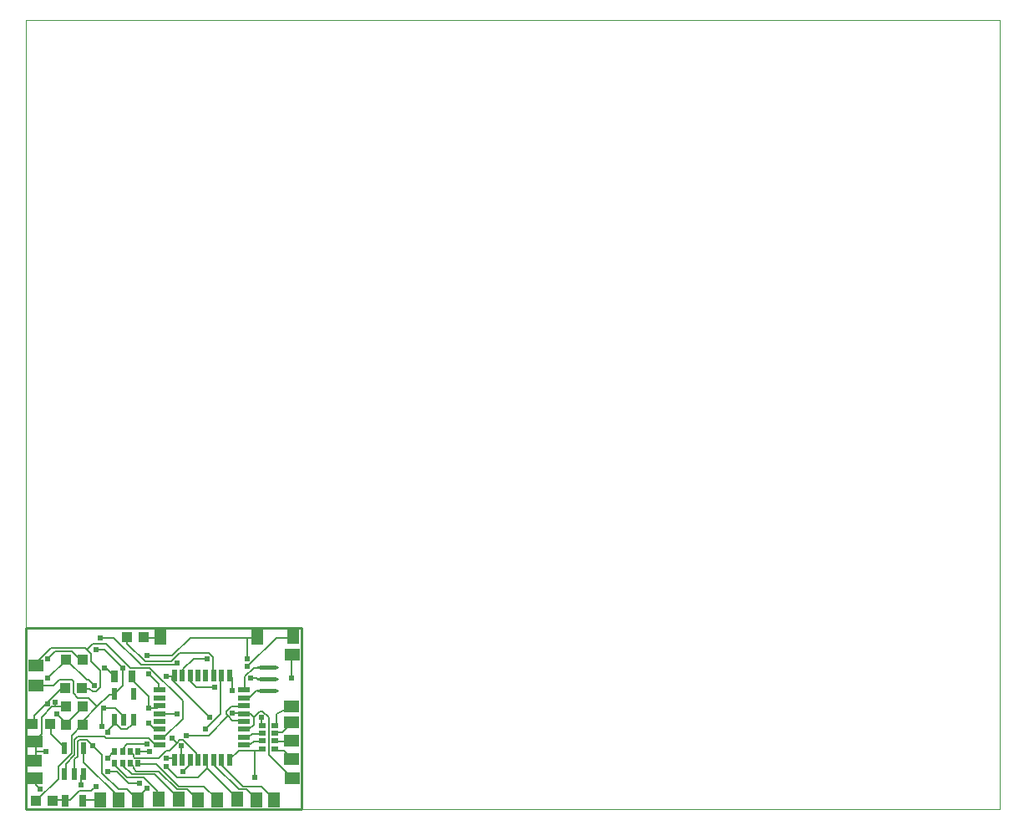
<source format=gtl>
G75*
%MOIN*%
%OFA0B0*%
%FSLAX25Y25*%
%IPPOS*%
%LPD*%
%AMOC8*
5,1,8,0,0,1.08239X$1,22.5*
%
%ADD10C,0.00000*%
%ADD11C,0.01000*%
%ADD12R,0.04331X0.03937*%
%ADD13R,0.06000X0.05000*%
%ADD14R,0.05000X0.06000*%
%ADD15R,0.03150X0.04724*%
%ADD16R,0.02559X0.01969*%
%ADD17R,0.01969X0.02559*%
%ADD18R,0.02165X0.04724*%
%ADD19R,0.05000X0.02200*%
%ADD20R,0.02200X0.05000*%
%ADD21C,0.01772*%
%ADD22C,0.00600*%
%ADD23C,0.02400*%
D10*
X0002390Y0077608D02*
X0002390Y0320192D01*
X0391091Y0320192D01*
X0391091Y0005231D01*
X0112427Y0005231D01*
D11*
X0002390Y0005231D02*
X0002390Y0077608D01*
X0112427Y0077608D01*
X0112427Y0005231D01*
X0002390Y0005231D01*
X0094893Y0052547D02*
X0098893Y0052547D01*
X0102893Y0052547D01*
X0102893Y0057271D02*
X0098893Y0057271D01*
X0094893Y0057271D01*
X0094893Y0061995D02*
X0098893Y0061995D01*
X0102893Y0061995D01*
D12*
X0049631Y0073725D03*
X0042938Y0073725D03*
X0025137Y0064831D03*
X0018444Y0064831D03*
X0018246Y0053419D03*
X0024939Y0053419D03*
X0025194Y0046298D03*
X0018501Y0046298D03*
X0018492Y0038927D03*
X0012000Y0039128D03*
X0005307Y0039128D03*
X0025185Y0038927D03*
X0013180Y0008415D03*
X0006487Y0008415D03*
D13*
X0006190Y0017483D03*
X0005978Y0024470D03*
X0006190Y0032313D03*
X0006390Y0054431D03*
X0006390Y0062631D03*
X0108826Y0066699D03*
X0108646Y0046325D03*
X0108646Y0039702D03*
X0108646Y0032467D03*
X0108610Y0025139D03*
X0108907Y0017648D03*
D14*
X0101577Y0008922D03*
X0094361Y0008918D03*
X0086797Y0009033D03*
X0078775Y0009001D03*
X0071092Y0008837D03*
X0063451Y0009027D03*
X0055370Y0009027D03*
X0047039Y0008922D03*
X0039611Y0008754D03*
X0032269Y0008859D03*
X0056250Y0073972D03*
X0094677Y0073998D03*
X0109217Y0074112D03*
D15*
X0044779Y0058138D03*
X0037693Y0058138D03*
X0025140Y0008394D03*
X0018054Y0008394D03*
D16*
X0096893Y0029206D03*
X0096893Y0032356D03*
X0096893Y0035505D03*
X0096893Y0038655D03*
X0101815Y0038655D03*
X0101815Y0035505D03*
X0101815Y0032356D03*
X0101815Y0029206D03*
D17*
X0047299Y0028306D03*
X0044149Y0028306D03*
X0040999Y0028306D03*
X0037850Y0028306D03*
X0037850Y0023385D03*
X0040999Y0023385D03*
X0044149Y0023385D03*
X0047299Y0023385D03*
D18*
X0045359Y0040794D03*
X0041618Y0040794D03*
X0037878Y0040794D03*
X0037878Y0051031D03*
X0045359Y0051031D03*
X0025434Y0029420D03*
X0017954Y0029420D03*
X0017954Y0019183D03*
X0021694Y0019183D03*
X0025434Y0019183D03*
D19*
X0055849Y0030730D03*
X0055849Y0033880D03*
X0055849Y0037029D03*
X0055849Y0040179D03*
X0055849Y0043329D03*
X0055849Y0046478D03*
X0055849Y0049628D03*
X0055849Y0052777D03*
X0089649Y0052777D03*
X0089649Y0049628D03*
X0089649Y0046478D03*
X0089649Y0043329D03*
X0089649Y0040179D03*
X0089649Y0037029D03*
X0089649Y0033880D03*
X0089649Y0030730D03*
D20*
X0083772Y0024854D03*
X0080623Y0024854D03*
X0077473Y0024854D03*
X0074323Y0024854D03*
X0071174Y0024854D03*
X0068024Y0024854D03*
X0064875Y0024854D03*
X0061725Y0024854D03*
X0061725Y0058654D03*
X0064875Y0058654D03*
X0068024Y0058654D03*
X0071174Y0058654D03*
X0074323Y0058654D03*
X0077473Y0058654D03*
X0080623Y0058654D03*
X0083772Y0058654D03*
D21*
X0096029Y0057271D02*
X0101757Y0057271D01*
X0101757Y0052547D02*
X0096029Y0052547D01*
X0096029Y0061995D02*
X0101757Y0061995D01*
D22*
X0094893Y0061995D02*
X0094590Y0061631D01*
X0093390Y0061631D01*
X0089790Y0058031D01*
X0089790Y0053231D01*
X0089649Y0052777D01*
X0089790Y0049631D02*
X0089649Y0049628D01*
X0089790Y0049631D02*
X0091590Y0049631D01*
X0094590Y0052631D01*
X0094893Y0052547D01*
X0094893Y0057271D02*
X0094590Y0057431D01*
X0092190Y0057431D01*
X0090990Y0062231D02*
X0102390Y0073631D01*
X0108990Y0073631D01*
X0109217Y0074112D01*
X0108826Y0066699D02*
X0108390Y0066431D01*
X0108390Y0057431D01*
X0108646Y0046325D02*
X0103691Y0043856D01*
X0102547Y0043027D01*
X0102390Y0038831D01*
X0101815Y0038655D01*
X0102390Y0035831D02*
X0101815Y0035505D01*
X0102390Y0035831D02*
X0104790Y0035831D01*
X0108390Y0039431D01*
X0108646Y0039702D01*
X0108646Y0032467D02*
X0108390Y0032231D01*
X0102390Y0032231D01*
X0101815Y0032356D01*
X0101815Y0029206D02*
X0102390Y0028631D01*
X0105390Y0028631D01*
X0108390Y0025631D01*
X0108610Y0025139D01*
X0108390Y0017831D02*
X0108907Y0017648D01*
X0108390Y0017831D02*
X0099390Y0026831D01*
X0099390Y0041831D01*
X0096990Y0044231D01*
X0095790Y0044231D01*
X0093390Y0041831D01*
X0092190Y0043031D01*
X0089790Y0043031D01*
X0089649Y0043329D01*
X0089190Y0043631D01*
X0084990Y0043631D01*
X0083190Y0042431D02*
X0075390Y0034631D01*
X0066390Y0034631D01*
X0065190Y0032831D02*
X0070590Y0027431D01*
X0070590Y0025031D01*
X0071174Y0024854D01*
X0074323Y0024854D02*
X0074790Y0024431D01*
X0074790Y0021431D01*
X0071190Y0017831D01*
X0062790Y0017831D01*
X0058590Y0022031D01*
X0055590Y0020231D02*
X0062790Y0013031D01*
X0066990Y0013031D01*
X0070590Y0009431D01*
X0071092Y0008837D01*
X0073590Y0014231D02*
X0078390Y0009431D01*
X0078775Y0009001D01*
X0073590Y0014231D02*
X0063390Y0014231D01*
X0054390Y0023231D01*
X0047790Y0023231D01*
X0047299Y0023385D01*
X0045390Y0022031D02*
X0045390Y0021431D01*
X0046590Y0020231D01*
X0055590Y0020231D01*
X0053790Y0019031D02*
X0063390Y0009431D01*
X0063451Y0009027D01*
X0055370Y0009027D02*
X0054990Y0009431D01*
X0054990Y0012431D01*
X0049590Y0017831D01*
X0042990Y0017831D01*
X0038190Y0022631D01*
X0038190Y0023231D01*
X0037850Y0023385D01*
X0040999Y0023385D02*
X0041190Y0023231D01*
X0041190Y0022631D01*
X0044790Y0019031D01*
X0053790Y0019031D01*
X0050790Y0013631D02*
X0046590Y0009431D01*
X0047039Y0008922D01*
X0046590Y0009431D02*
X0042990Y0013031D01*
X0039390Y0013031D01*
X0032790Y0019631D01*
X0032790Y0026831D01*
X0029190Y0030431D01*
X0026790Y0032831D01*
X0023790Y0032831D01*
X0023190Y0032231D01*
X0023190Y0026231D01*
X0021990Y0025031D01*
X0021990Y0019631D01*
X0021694Y0019183D01*
X0024390Y0018431D02*
X0024390Y0014831D01*
X0023790Y0012431D02*
X0028590Y0012431D01*
X0030390Y0014231D01*
X0023790Y0012431D02*
X0020190Y0008831D01*
X0018390Y0008831D01*
X0018054Y0008394D01*
X0017790Y0008831D01*
X0013590Y0008831D01*
X0013180Y0008415D01*
X0006990Y0008831D02*
X0006487Y0008415D01*
X0006990Y0008831D02*
X0015390Y0017231D01*
X0015390Y0022031D01*
X0020790Y0027431D01*
X0020790Y0034631D01*
X0024990Y0038831D01*
X0025185Y0038927D01*
X0025590Y0039431D01*
X0025590Y0040631D01*
X0030990Y0046031D01*
X0027390Y0049631D01*
X0023190Y0049631D01*
X0021390Y0051431D01*
X0021390Y0056231D01*
X0020790Y0056831D01*
X0015990Y0056831D01*
X0013590Y0054431D01*
X0006390Y0054431D01*
X0011190Y0057431D02*
X0018390Y0064631D01*
X0018444Y0064831D01*
X0018990Y0064631D01*
X0026790Y0056831D01*
X0027390Y0056831D01*
X0029790Y0054431D01*
X0027990Y0053231D02*
X0029190Y0052031D01*
X0030390Y0052031D01*
X0032190Y0053831D01*
X0032190Y0060431D01*
X0028590Y0064031D01*
X0028590Y0067031D01*
X0026790Y0068831D01*
X0029190Y0071231D01*
X0034590Y0071231D01*
X0044190Y0061631D01*
X0051990Y0061631D01*
X0065190Y0048431D01*
X0065190Y0041231D01*
X0057990Y0034031D01*
X0056190Y0034031D01*
X0055849Y0033880D01*
X0055590Y0031031D02*
X0053790Y0031031D01*
X0051390Y0033431D01*
X0034590Y0033431D01*
X0033990Y0034031D01*
X0023190Y0034031D01*
X0021990Y0032831D01*
X0021990Y0026831D01*
X0018390Y0023231D01*
X0018390Y0019631D01*
X0017954Y0019183D01*
X0024390Y0018431D02*
X0024990Y0019031D01*
X0025434Y0019183D01*
X0025590Y0023831D02*
X0039390Y0010031D01*
X0039390Y0008831D01*
X0039611Y0008754D01*
X0032269Y0008859D02*
X0032190Y0008831D01*
X0025590Y0008831D01*
X0025140Y0008394D01*
X0035190Y0020231D02*
X0038790Y0020231D01*
X0043590Y0015431D01*
X0047790Y0015431D01*
X0045390Y0022031D02*
X0044190Y0023231D01*
X0044149Y0023385D01*
X0045990Y0025631D02*
X0055590Y0025631D01*
X0058590Y0028631D01*
X0059790Y0028631D01*
X0062790Y0031631D01*
X0060990Y0033431D01*
X0062790Y0031631D02*
X0063990Y0032831D01*
X0065190Y0032831D01*
X0064590Y0030431D02*
X0064590Y0025031D01*
X0064875Y0024854D01*
X0067590Y0024431D02*
X0068024Y0024854D01*
X0067590Y0024431D02*
X0067590Y0022631D01*
X0065190Y0020231D01*
X0061725Y0024854D02*
X0061590Y0025031D01*
X0060990Y0025631D01*
X0058590Y0025631D01*
X0051990Y0028031D02*
X0047790Y0028031D01*
X0047299Y0028306D01*
X0045390Y0026831D02*
X0045390Y0026231D01*
X0045990Y0025631D01*
X0045390Y0026831D02*
X0044190Y0028031D01*
X0044149Y0028306D01*
X0042990Y0031031D02*
X0050790Y0031031D01*
X0055590Y0031031D02*
X0055849Y0030730D01*
X0055849Y0037029D02*
X0055590Y0037031D01*
X0053790Y0037031D01*
X0051390Y0039431D01*
X0055849Y0043329D02*
X0056190Y0043031D01*
X0062790Y0043031D01*
X0055849Y0046478D02*
X0055590Y0046031D01*
X0054990Y0045431D01*
X0051390Y0045431D01*
X0051390Y0050231D01*
X0044790Y0056831D01*
X0044790Y0058031D01*
X0044779Y0058138D01*
X0041190Y0061631D02*
X0033990Y0068831D01*
X0030390Y0068831D01*
X0026790Y0068831D02*
X0026190Y0069431D01*
X0012390Y0069431D01*
X0006390Y0063431D01*
X0006390Y0062631D01*
X0011190Y0065231D02*
X0014190Y0068231D01*
X0020790Y0068231D01*
X0023790Y0065231D01*
X0024990Y0065231D01*
X0025137Y0064831D01*
X0033990Y0061631D02*
X0034590Y0061631D01*
X0037590Y0058631D01*
X0037693Y0058138D01*
X0041190Y0061631D02*
X0041190Y0054431D01*
X0038190Y0051431D01*
X0037878Y0051031D01*
X0037590Y0050831D01*
X0035790Y0050831D01*
X0030990Y0046031D01*
X0032790Y0044831D02*
X0033390Y0045431D01*
X0038190Y0045431D01*
X0041190Y0042431D01*
X0041190Y0041231D01*
X0041618Y0040794D01*
X0044790Y0040631D02*
X0045359Y0040794D01*
X0044790Y0040631D02*
X0044790Y0038831D01*
X0042990Y0037031D01*
X0040590Y0037031D01*
X0038190Y0039431D01*
X0037878Y0040794D01*
X0038190Y0040631D01*
X0038190Y0039431D01*
X0035190Y0036431D01*
X0035190Y0035831D01*
X0032790Y0038231D02*
X0032790Y0044831D01*
X0025590Y0046031D02*
X0025194Y0046298D01*
X0025590Y0046031D02*
X0018990Y0039431D01*
X0018492Y0038927D01*
X0018390Y0039431D01*
X0014790Y0043031D01*
X0014190Y0046031D02*
X0014190Y0047831D01*
X0014190Y0046031D02*
X0018390Y0046031D01*
X0018501Y0046298D01*
X0014190Y0046031D02*
X0012990Y0046031D01*
X0008790Y0041831D01*
X0008790Y0035231D01*
X0006390Y0032831D01*
X0006190Y0032313D01*
X0006390Y0032231D01*
X0006390Y0028031D01*
X0010590Y0028031D01*
X0006390Y0028031D02*
X0006390Y0025031D01*
X0005978Y0024470D01*
X0006190Y0017483D02*
X0006390Y0017231D01*
X0006390Y0014831D01*
X0008190Y0013031D01*
X0025590Y0023831D02*
X0025590Y0029231D01*
X0025434Y0029420D01*
X0017954Y0029420D02*
X0017790Y0029831D01*
X0012390Y0035231D01*
X0012390Y0038831D01*
X0012000Y0039128D01*
X0005790Y0039431D02*
X0005307Y0039128D01*
X0005790Y0039431D02*
X0005790Y0042431D01*
X0011190Y0047831D01*
X0011190Y0047231D01*
X0011190Y0047831D02*
X0016590Y0053231D01*
X0017790Y0053231D01*
X0018246Y0053419D01*
X0024939Y0053419D02*
X0024990Y0053231D01*
X0027990Y0053231D01*
X0048390Y0062831D02*
X0062190Y0062831D01*
X0062790Y0063431D01*
X0060390Y0064031D02*
X0063990Y0067631D01*
X0075390Y0067631D01*
X0077190Y0065831D01*
X0077190Y0059231D01*
X0077473Y0058654D01*
X0080190Y0058631D02*
X0080623Y0058654D01*
X0080190Y0058631D02*
X0080190Y0043031D01*
X0074190Y0037031D01*
X0075990Y0041831D02*
X0060990Y0056831D01*
X0060990Y0058031D01*
X0061725Y0058654D01*
X0061590Y0058631D01*
X0060990Y0058031D01*
X0058590Y0058031D01*
X0055590Y0055031D02*
X0051390Y0059231D01*
X0048390Y0062831D02*
X0037590Y0073631D01*
X0032190Y0073631D01*
X0042938Y0073725D02*
X0042990Y0073631D01*
X0042990Y0071231D01*
X0050190Y0064031D01*
X0060390Y0064031D01*
X0060990Y0066431D02*
X0068190Y0073631D01*
X0090990Y0073631D01*
X0090990Y0065231D01*
X0090990Y0073631D02*
X0094590Y0073631D01*
X0094677Y0073998D01*
X0083772Y0058654D02*
X0083790Y0058631D01*
X0084990Y0057431D01*
X0084990Y0052631D01*
X0084390Y0046031D02*
X0089190Y0046031D01*
X0089649Y0046478D01*
X0084390Y0046031D02*
X0082590Y0044231D01*
X0082590Y0043031D01*
X0083190Y0042431D01*
X0084990Y0040631D01*
X0089190Y0040631D01*
X0089649Y0040179D01*
X0089649Y0037029D02*
X0089790Y0037031D01*
X0091590Y0037031D01*
X0093390Y0038831D01*
X0093390Y0041831D01*
X0096390Y0041831D02*
X0096390Y0038831D01*
X0096893Y0038655D01*
X0096893Y0035505D02*
X0096390Y0035231D01*
X0092790Y0035231D01*
X0091590Y0034031D01*
X0089790Y0034031D01*
X0089649Y0033880D01*
X0089790Y0031031D02*
X0089649Y0030730D01*
X0089790Y0031031D02*
X0092190Y0031031D01*
X0093390Y0032231D01*
X0096390Y0032231D01*
X0096893Y0032356D01*
X0096893Y0029206D02*
X0096390Y0028631D01*
X0093990Y0028631D01*
X0093990Y0017831D01*
X0096390Y0014231D02*
X0089190Y0014231D01*
X0080790Y0022631D01*
X0080790Y0024431D01*
X0080623Y0024854D01*
X0077790Y0024431D02*
X0077473Y0024854D01*
X0077790Y0024431D02*
X0077790Y0022631D01*
X0087390Y0013031D01*
X0090390Y0013031D01*
X0093990Y0009431D01*
X0094361Y0008918D01*
X0096390Y0014231D02*
X0101190Y0009431D01*
X0101577Y0008922D01*
X0086797Y0009033D02*
X0086790Y0009431D01*
X0074790Y0021431D01*
X0083772Y0024854D02*
X0083790Y0025031D01*
X0087390Y0028631D01*
X0093990Y0028631D01*
X0077790Y0053831D02*
X0070590Y0053831D01*
X0068190Y0056231D01*
X0068190Y0058631D01*
X0068024Y0058654D01*
X0065190Y0059231D02*
X0065190Y0061031D01*
X0069390Y0065231D01*
X0074790Y0065231D01*
X0065190Y0059231D02*
X0064875Y0058654D01*
X0060990Y0066431D02*
X0050790Y0066431D01*
X0050190Y0073631D02*
X0049631Y0073725D01*
X0050190Y0073631D02*
X0056190Y0073631D01*
X0056250Y0073972D01*
X0055590Y0055031D02*
X0055590Y0053231D01*
X0055849Y0052777D01*
X0042990Y0031031D02*
X0041190Y0029231D01*
X0041190Y0028631D01*
X0040999Y0028306D01*
X0037850Y0028306D02*
X0037590Y0028031D01*
X0035190Y0025631D01*
D23*
X0035190Y0025631D03*
X0035190Y0020231D03*
X0030390Y0014231D03*
X0024390Y0014831D03*
X0008190Y0013031D03*
X0010590Y0028031D03*
X0014790Y0043031D03*
X0014190Y0047831D03*
X0011190Y0047231D03*
X0011190Y0057431D03*
X0011190Y0065231D03*
X0030390Y0068831D03*
X0032190Y0073631D03*
X0033990Y0061631D03*
X0041190Y0061631D03*
X0050790Y0066431D03*
X0051390Y0059231D03*
X0058590Y0058031D03*
X0062790Y0063431D03*
X0074790Y0065231D03*
X0077790Y0053831D03*
X0084990Y0052631D03*
X0092190Y0057431D03*
X0090990Y0062231D03*
X0090990Y0065231D03*
X0108390Y0057431D03*
X0096390Y0041831D03*
X0084990Y0043631D03*
X0075990Y0041831D03*
X0074190Y0037031D03*
X0066390Y0034631D03*
X0064590Y0030431D03*
X0060990Y0033431D03*
X0051990Y0028031D03*
X0050790Y0031031D03*
X0058590Y0025631D03*
X0058590Y0022031D03*
X0065190Y0020231D03*
X0050790Y0013631D03*
X0047790Y0015431D03*
X0029190Y0030431D03*
X0035190Y0035831D03*
X0032790Y0038231D03*
X0033390Y0045431D03*
X0029790Y0054431D03*
X0051390Y0045431D03*
X0051390Y0039431D03*
X0062790Y0043031D03*
X0093990Y0017831D03*
M02*

</source>
